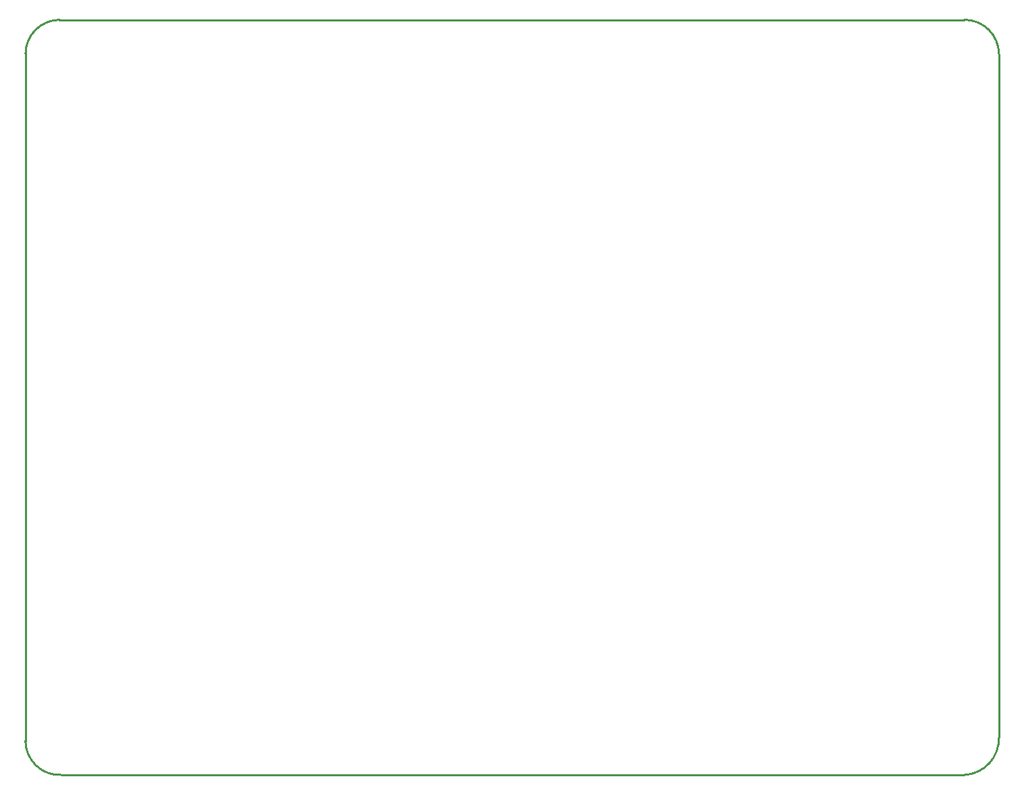
<source format=gko>
G04*
G04 #@! TF.GenerationSoftware,Altium Limited,Altium Designer,21.3.2 (30)*
G04*
G04 Layer_Color=16711935*
%FSTAX24Y24*%
%MOIN*%
G70*
G04*
G04 #@! TF.SameCoordinates,D8A3EA29-9EC9-40DC-B38B-D8388A14BA40*
G04*
G04*
G04 #@! TF.FilePolarity,Positive*
G04*
G01*
G75*
%ADD10C,0.0100*%
D10*
X058Y013802D02*
G03*
X05965Y0156I-0001J001748D01*
G01*
X012847Y01545D02*
G03*
X0146Y0138I001653J0D01*
G01*
X0145Y05015D02*
G03*
X01285Y0485I0J-00165D01*
G01*
X05965D02*
G03*
X058Y05015I-00165J0D01*
G01*
X05965Y0156D02*
Y01715D01*
X0146Y0138D02*
X058Y0138D01*
X05965Y01715D02*
X05965Y0485D01*
X01285Y0154D02*
X01285Y04875D01*
X01445Y05015D02*
X058D01*
M02*

</source>
